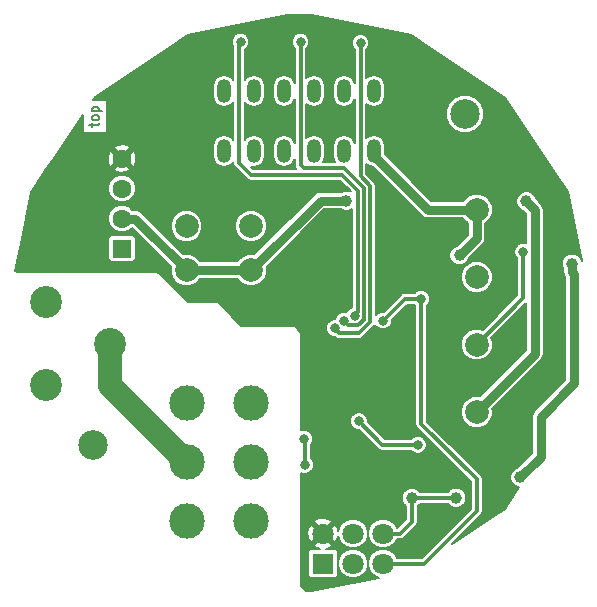
<source format=gbr>
G04 #@! TF.FileFunction,Copper,L1,Top,Signal*
%FSLAX46Y46*%
G04 Gerber Fmt 4.6, Leading zero omitted, Abs format (unit mm)*
G04 Created by KiCad (PCBNEW 4.1.0-alpha+201608281546+7098~46~ubuntu14.04.1-product) date Mon Sep  5 14:38:06 2016*
%MOMM*%
%LPD*%
G01*
G04 APERTURE LIST*
%ADD10C,0.100000*%
%ADD11C,0.150000*%
%ADD12C,2.000000*%
%ADD13C,3.000000*%
%ADD14R,1.600000X1.600000*%
%ADD15C,1.600000*%
%ADD16R,1.800000X1.800000*%
%ADD17C,1.800000*%
%ADD18C,2.700000*%
%ADD19O,1.200000X2.000000*%
%ADD20C,2.500000*%
%ADD21C,1.000000*%
%ADD22C,0.800000*%
%ADD23C,0.800000*%
%ADD24C,0.300000*%
%ADD25C,2.000000*%
%ADD26C,0.200000*%
G04 APERTURE END LIST*
D10*
D11*
X82442071Y-85051790D02*
X82442071Y-84747028D01*
X82175404Y-84937504D02*
X82861119Y-84937504D01*
X82937309Y-84899409D01*
X82975404Y-84823219D01*
X82975404Y-84747028D01*
X82975404Y-84366076D02*
X82937309Y-84442266D01*
X82899214Y-84480361D01*
X82823023Y-84518457D01*
X82594452Y-84518457D01*
X82518261Y-84480361D01*
X82480166Y-84442266D01*
X82442071Y-84366076D01*
X82442071Y-84251790D01*
X82480166Y-84175600D01*
X82518261Y-84137504D01*
X82594452Y-84099409D01*
X82823023Y-84099409D01*
X82899214Y-84137504D01*
X82937309Y-84175600D01*
X82975404Y-84251790D01*
X82975404Y-84366076D01*
X82442071Y-83756552D02*
X83242071Y-83756552D01*
X82480166Y-83756552D02*
X82442071Y-83680361D01*
X82442071Y-83527980D01*
X82480166Y-83451790D01*
X82518261Y-83413695D01*
X82594452Y-83375600D01*
X82823023Y-83375600D01*
X82899214Y-83413695D01*
X82937309Y-83451790D01*
X82975404Y-83527980D01*
X82975404Y-83680361D01*
X82937309Y-83756552D01*
D12*
X114985800Y-92075000D03*
X114985800Y-97790000D03*
X114985800Y-103505000D03*
X114985800Y-109220000D03*
X95885000Y-93472000D03*
X95885000Y-97222000D03*
D13*
X95885000Y-108472000D03*
X95885000Y-113472000D03*
X95885000Y-118472000D03*
D12*
X90424000Y-93472000D03*
X90424000Y-97222000D03*
D13*
X90424000Y-108472000D03*
X90424000Y-113472000D03*
X90424000Y-118472000D03*
D14*
X84963000Y-95377000D03*
D15*
X84963000Y-92837000D03*
X84963000Y-90297000D03*
X84963000Y-87757000D03*
D16*
X101981000Y-122047000D03*
D17*
X101981000Y-119507000D03*
X104521000Y-122047000D03*
X104521000Y-119507000D03*
X107061000Y-122047000D03*
X107061000Y-119507000D03*
D18*
X78486000Y-106934000D03*
X78486000Y-99934000D03*
X83986000Y-103434000D03*
D19*
X96139000Y-82042000D03*
X93599000Y-82042000D03*
X98679000Y-82042000D03*
X101219000Y-82042000D03*
X103759000Y-82042000D03*
X106299000Y-82042000D03*
X93599000Y-87122000D03*
X96139000Y-87122000D03*
X98679000Y-87122000D03*
X101219000Y-87122000D03*
X103759000Y-87122000D03*
X106299000Y-87122000D03*
D20*
X82500000Y-112000000D03*
X114000000Y-84000000D03*
D21*
X103949500Y-91313000D03*
X107802159Y-103605437D03*
X108268472Y-105773160D03*
X110363000Y-97790000D03*
X89662000Y-80010000D03*
X111000000Y-119500000D03*
X105000000Y-116500000D03*
X105000000Y-111500000D03*
X105000000Y-114000000D03*
X103500000Y-106000000D03*
X118681500Y-114744500D03*
X123063000Y-96647000D03*
X113252801Y-116481906D03*
X113538000Y-95948500D03*
X109500000Y-116500000D03*
D22*
X107061000Y-101473000D03*
X110299500Y-99631500D03*
D21*
X119189500Y-91376500D03*
D22*
X100390312Y-111461748D03*
X100463032Y-113685979D03*
X118935500Y-95631000D03*
X110000000Y-112000000D03*
X105000000Y-110000000D03*
X104648000Y-101092000D03*
X94996000Y-77851000D03*
X103728844Y-101485924D03*
X100076000Y-77851000D03*
X102966847Y-102133523D03*
X105156000Y-77978000D03*
D23*
X103949500Y-91313000D02*
X101794000Y-91313000D01*
X101794000Y-91313000D02*
X95885000Y-97222000D01*
X90424000Y-97222000D02*
X95885000Y-97222000D01*
X84963000Y-92837000D02*
X86039000Y-92837000D01*
X86039000Y-92837000D02*
X90424000Y-97222000D01*
X123063000Y-96647000D02*
X123063000Y-97354106D01*
X123063000Y-97354106D02*
X123253500Y-97544606D01*
X123253500Y-97544606D02*
X123253500Y-106784146D01*
X123253500Y-106784146D02*
X120430218Y-109607428D01*
X120430218Y-109607428D02*
X120430218Y-112995782D01*
X120430218Y-112995782D02*
X118681500Y-114744500D01*
D24*
X113234707Y-116500000D02*
X113252801Y-116481906D01*
X109500000Y-116500000D02*
X113234707Y-116500000D01*
D23*
X114985800Y-92075000D02*
X114985800Y-94500700D01*
X114985800Y-94500700D02*
X113538000Y-95948500D01*
X114985800Y-92075000D02*
X110852000Y-92075000D01*
X106299000Y-87522000D02*
X106299000Y-87122000D01*
X110852000Y-92075000D02*
X106299000Y-87522000D01*
D24*
X109500000Y-116500000D02*
X109500000Y-118500000D01*
X109500000Y-118500000D02*
X108493000Y-119507000D01*
X108493000Y-119507000D02*
X107061000Y-119507000D01*
D25*
X90424000Y-113472000D02*
X83986000Y-107034000D01*
X83986000Y-107034000D02*
X83986000Y-103434000D01*
D24*
X107061000Y-122047000D02*
X110539221Y-122047000D01*
X110539221Y-122047000D02*
X114990759Y-117595462D01*
X110299500Y-110237998D02*
X110299500Y-99631500D01*
X114990759Y-117595462D02*
X114990759Y-114929257D01*
X114990759Y-114929257D02*
X110299500Y-110237998D01*
X107061000Y-101473000D02*
X108902500Y-99631500D01*
X108902500Y-99631500D02*
X110299500Y-99631500D01*
D23*
X119935501Y-92122501D02*
X119189500Y-91376500D01*
X119935501Y-104270299D02*
X119935501Y-92122501D01*
X114985800Y-109220000D02*
X119935501Y-104270299D01*
D24*
X100463032Y-111534468D02*
X100390312Y-111461748D01*
X100463032Y-113685979D02*
X100463032Y-111534468D01*
X118935500Y-95631000D02*
X118935500Y-99555300D01*
X118935500Y-99555300D02*
X114985800Y-103505000D01*
X107000000Y-112000000D02*
X110000000Y-112000000D01*
X105000000Y-110000000D02*
X107000000Y-112000000D01*
X94996000Y-77851000D02*
X94869000Y-77978000D01*
X94869000Y-77978000D02*
X94869000Y-88138000D01*
X104955405Y-90477405D02*
X104955405Y-100784595D01*
X104955405Y-100784595D02*
X104648000Y-101092000D01*
X94869000Y-88138000D02*
X95862882Y-89131882D01*
X95862882Y-89131882D02*
X103609882Y-89131882D01*
X103609882Y-89131882D02*
X104955405Y-90477405D01*
X100076000Y-88265000D02*
X100383010Y-88572010D01*
X104964081Y-101885923D02*
X104128843Y-101885923D01*
X104128843Y-101885923D02*
X103728844Y-101485924D01*
X105455416Y-101394588D02*
X104964081Y-101885923D01*
X100383010Y-88572010D02*
X103757132Y-88572010D01*
X100076000Y-77851000D02*
X100076000Y-88265000D01*
X103757132Y-88572010D02*
X105455416Y-90270294D01*
X105455416Y-90270294D02*
X105455416Y-101394588D01*
X103366846Y-102533522D02*
X102966847Y-102133523D01*
X105023604Y-102533522D02*
X103366846Y-102533522D01*
X105955426Y-101601700D02*
X105023604Y-102533522D01*
X105156000Y-89263756D02*
X105955426Y-90063184D01*
X105955426Y-90063184D02*
X105955426Y-101601700D01*
X105156000Y-77978000D02*
X105156000Y-89263756D01*
D26*
G36*
X109414012Y-77272564D02*
X117394827Y-82605173D01*
X122727436Y-90585988D01*
X123886953Y-96415272D01*
X123784015Y-96166143D01*
X123545115Y-95926826D01*
X123232817Y-95797148D01*
X122894666Y-95796853D01*
X122582143Y-95925985D01*
X122342826Y-96164885D01*
X122213148Y-96477183D01*
X122212853Y-96815334D01*
X122313000Y-97057708D01*
X122313000Y-97354106D01*
X122370090Y-97641119D01*
X122503500Y-97840780D01*
X122503500Y-106473486D01*
X119899888Y-109077098D01*
X119737308Y-109320415D01*
X119680218Y-109607428D01*
X119680218Y-112685122D01*
X118441287Y-113924053D01*
X118200643Y-114023485D01*
X117961326Y-114262385D01*
X117831648Y-114574683D01*
X117831353Y-114912834D01*
X117960485Y-115225357D01*
X118199385Y-115464674D01*
X118511683Y-115594352D01*
X118597815Y-115594427D01*
X117394827Y-117394827D01*
X112885395Y-120407933D01*
X115344312Y-117949016D01*
X115452699Y-117786804D01*
X115490759Y-117595462D01*
X115490759Y-114929257D01*
X115452699Y-114737915D01*
X115344312Y-114575704D01*
X110799500Y-110030892D01*
X110799500Y-103772353D01*
X113635566Y-103772353D01*
X113840658Y-104268715D01*
X114220088Y-104648807D01*
X114716090Y-104854765D01*
X115253153Y-104855234D01*
X115749515Y-104650142D01*
X116129607Y-104270712D01*
X116335565Y-103774710D01*
X116336034Y-103237647D01*
X116226165Y-102971742D01*
X119185501Y-100012406D01*
X119185501Y-103959639D01*
X115269214Y-107875926D01*
X115255510Y-107870235D01*
X114718447Y-107869766D01*
X114222085Y-108074858D01*
X113841993Y-108454288D01*
X113636035Y-108950290D01*
X113635566Y-109487353D01*
X113840658Y-109983715D01*
X114220088Y-110363807D01*
X114716090Y-110569765D01*
X115253153Y-110570234D01*
X115749515Y-110365142D01*
X116129607Y-109985712D01*
X116335565Y-109489710D01*
X116336034Y-108952647D01*
X116329537Y-108936923D01*
X120465831Y-104800629D01*
X120628411Y-104557312D01*
X120685501Y-104270299D01*
X120685501Y-92122501D01*
X120628411Y-91835488D01*
X120465831Y-91592171D01*
X120009947Y-91136287D01*
X119910515Y-90895643D01*
X119671615Y-90656326D01*
X119359317Y-90526648D01*
X119021166Y-90526353D01*
X118708643Y-90655485D01*
X118469326Y-90894385D01*
X118339648Y-91206683D01*
X118339353Y-91544834D01*
X118468485Y-91857357D01*
X118707385Y-92096674D01*
X118949584Y-92197244D01*
X119185501Y-92433161D01*
X119185501Y-94922722D01*
X119085339Y-94881131D01*
X118786970Y-94880870D01*
X118511214Y-94994811D01*
X118300052Y-95205605D01*
X118185631Y-95481161D01*
X118185370Y-95779530D01*
X118299311Y-96055286D01*
X118435500Y-96191713D01*
X118435500Y-99348193D01*
X115519034Y-102264660D01*
X115255510Y-102155235D01*
X114718447Y-102154766D01*
X114222085Y-102359858D01*
X113841993Y-102739288D01*
X113636035Y-103235290D01*
X113635566Y-103772353D01*
X110799500Y-103772353D01*
X110799500Y-100192107D01*
X110934948Y-100056895D01*
X111049369Y-99781339D01*
X111049630Y-99482970D01*
X110935689Y-99207214D01*
X110724895Y-98996052D01*
X110449339Y-98881631D01*
X110150970Y-98881370D01*
X109875214Y-98995311D01*
X109738787Y-99131500D01*
X108902500Y-99131500D01*
X108711158Y-99169560D01*
X108548946Y-99277947D01*
X107103856Y-100723037D01*
X106912470Y-100722870D01*
X106636714Y-100836811D01*
X106455426Y-101017783D01*
X106455426Y-98057353D01*
X113635566Y-98057353D01*
X113840658Y-98553715D01*
X114220088Y-98933807D01*
X114716090Y-99139765D01*
X115253153Y-99140234D01*
X115749515Y-98935142D01*
X116129607Y-98555712D01*
X116335565Y-98059710D01*
X116336034Y-97522647D01*
X116130942Y-97026285D01*
X115751512Y-96646193D01*
X115255510Y-96440235D01*
X114718447Y-96439766D01*
X114222085Y-96644858D01*
X113841993Y-97024288D01*
X113636035Y-97520290D01*
X113635566Y-98057353D01*
X106455426Y-98057353D01*
X106455426Y-90063184D01*
X106426297Y-89916740D01*
X106417367Y-89871843D01*
X106308980Y-89709631D01*
X105656000Y-89056649D01*
X105656000Y-88239410D01*
X105935451Y-88426134D01*
X106193878Y-88477538D01*
X110321670Y-92605330D01*
X110564987Y-92767910D01*
X110852000Y-92825000D01*
X113834991Y-92825000D01*
X113840658Y-92838715D01*
X114220088Y-93218807D01*
X114235800Y-93225331D01*
X114235800Y-94190040D01*
X113297787Y-95128053D01*
X113057143Y-95227485D01*
X112817826Y-95466385D01*
X112688148Y-95778683D01*
X112687853Y-96116834D01*
X112816985Y-96429357D01*
X113055885Y-96668674D01*
X113368183Y-96798352D01*
X113706334Y-96798647D01*
X114018857Y-96669515D01*
X114258174Y-96430615D01*
X114358744Y-96188416D01*
X115516130Y-95031030D01*
X115678710Y-94787713D01*
X115735800Y-94500700D01*
X115735800Y-93225809D01*
X115749515Y-93220142D01*
X116129607Y-92840712D01*
X116335565Y-92344710D01*
X116336034Y-91807647D01*
X116130942Y-91311285D01*
X115751512Y-90931193D01*
X115255510Y-90725235D01*
X114718447Y-90724766D01*
X114222085Y-90929858D01*
X113841993Y-91309288D01*
X113835469Y-91325000D01*
X111162660Y-91325000D01*
X107249000Y-87411340D01*
X107249000Y-86695552D01*
X107176686Y-86332003D01*
X106970751Y-86023801D01*
X106662549Y-85817866D01*
X106299000Y-85745552D01*
X105935451Y-85817866D01*
X105656000Y-86004590D01*
X105656000Y-84316863D01*
X112399723Y-84316863D01*
X112642795Y-84905143D01*
X113092489Y-85355623D01*
X113680344Y-85599722D01*
X114316863Y-85600277D01*
X114905143Y-85357205D01*
X115355623Y-84907511D01*
X115599722Y-84319656D01*
X115600277Y-83683137D01*
X115357205Y-83094857D01*
X114907511Y-82644377D01*
X114319656Y-82400278D01*
X113683137Y-82399723D01*
X113094857Y-82642795D01*
X112644377Y-83092489D01*
X112400278Y-83680344D01*
X112399723Y-84316863D01*
X105656000Y-84316863D01*
X105656000Y-83159410D01*
X105935451Y-83346134D01*
X106299000Y-83418448D01*
X106662549Y-83346134D01*
X106970751Y-83140199D01*
X107176686Y-82831997D01*
X107249000Y-82468448D01*
X107249000Y-81615552D01*
X107176686Y-81252003D01*
X106970751Y-80943801D01*
X106662549Y-80737866D01*
X106299000Y-80665552D01*
X105935451Y-80737866D01*
X105656000Y-80924590D01*
X105656000Y-78538607D01*
X105791448Y-78403395D01*
X105905869Y-78127839D01*
X105906130Y-77829470D01*
X105792189Y-77553714D01*
X105581395Y-77342552D01*
X105305839Y-77228131D01*
X105007470Y-77227870D01*
X104731714Y-77341811D01*
X104520552Y-77552605D01*
X104406131Y-77828161D01*
X104405870Y-78126530D01*
X104519811Y-78402286D01*
X104656000Y-78538713D01*
X104656000Y-81349102D01*
X104636686Y-81252003D01*
X104430751Y-80943801D01*
X104122549Y-80737866D01*
X103759000Y-80665552D01*
X103395451Y-80737866D01*
X103087249Y-80943801D01*
X102881314Y-81252003D01*
X102809000Y-81615552D01*
X102809000Y-82468448D01*
X102881314Y-82831997D01*
X103087249Y-83140199D01*
X103395451Y-83346134D01*
X103759000Y-83418448D01*
X104122549Y-83346134D01*
X104430751Y-83140199D01*
X104636686Y-82831997D01*
X104656000Y-82734898D01*
X104656000Y-86429102D01*
X104636686Y-86332003D01*
X104430751Y-86023801D01*
X104122549Y-85817866D01*
X103759000Y-85745552D01*
X103395451Y-85817866D01*
X103087249Y-86023801D01*
X102881314Y-86332003D01*
X102809000Y-86695552D01*
X102809000Y-87548448D01*
X102881314Y-87911997D01*
X102988232Y-88072010D01*
X101989768Y-88072010D01*
X102096686Y-87911997D01*
X102169000Y-87548448D01*
X102169000Y-86695552D01*
X102096686Y-86332003D01*
X101890751Y-86023801D01*
X101582549Y-85817866D01*
X101219000Y-85745552D01*
X100855451Y-85817866D01*
X100576000Y-86004590D01*
X100576000Y-83159410D01*
X100855451Y-83346134D01*
X101219000Y-83418448D01*
X101582549Y-83346134D01*
X101890751Y-83140199D01*
X102096686Y-82831997D01*
X102169000Y-82468448D01*
X102169000Y-81615552D01*
X102096686Y-81252003D01*
X101890751Y-80943801D01*
X101582549Y-80737866D01*
X101219000Y-80665552D01*
X100855451Y-80737866D01*
X100576000Y-80924590D01*
X100576000Y-78411607D01*
X100711448Y-78276395D01*
X100825869Y-78000839D01*
X100826130Y-77702470D01*
X100712189Y-77426714D01*
X100501395Y-77215552D01*
X100225839Y-77101131D01*
X99927470Y-77100870D01*
X99651714Y-77214811D01*
X99440552Y-77425605D01*
X99326131Y-77701161D01*
X99325870Y-77999530D01*
X99439811Y-78275286D01*
X99576000Y-78411713D01*
X99576000Y-81349102D01*
X99556686Y-81252003D01*
X99350751Y-80943801D01*
X99042549Y-80737866D01*
X98679000Y-80665552D01*
X98315451Y-80737866D01*
X98007249Y-80943801D01*
X97801314Y-81252003D01*
X97729000Y-81615552D01*
X97729000Y-82468448D01*
X97801314Y-82831997D01*
X98007249Y-83140199D01*
X98315451Y-83346134D01*
X98679000Y-83418448D01*
X99042549Y-83346134D01*
X99350751Y-83140199D01*
X99556686Y-82831997D01*
X99576000Y-82734898D01*
X99576000Y-86429102D01*
X99556686Y-86332003D01*
X99350751Y-86023801D01*
X99042549Y-85817866D01*
X98679000Y-85745552D01*
X98315451Y-85817866D01*
X98007249Y-86023801D01*
X97801314Y-86332003D01*
X97729000Y-86695552D01*
X97729000Y-87548448D01*
X97801314Y-87911997D01*
X98007249Y-88220199D01*
X98315451Y-88426134D01*
X98679000Y-88498448D01*
X99042549Y-88426134D01*
X99350751Y-88220199D01*
X99556686Y-87911997D01*
X99576000Y-87814898D01*
X99576000Y-88265000D01*
X99614060Y-88456342D01*
X99722447Y-88618553D01*
X99735776Y-88631882D01*
X96069989Y-88631882D01*
X95886287Y-88448181D01*
X96139000Y-88498448D01*
X96502549Y-88426134D01*
X96810751Y-88220199D01*
X97016686Y-87911997D01*
X97089000Y-87548448D01*
X97089000Y-86695552D01*
X97016686Y-86332003D01*
X96810751Y-86023801D01*
X96502549Y-85817866D01*
X96139000Y-85745552D01*
X95775451Y-85817866D01*
X95467249Y-86023801D01*
X95369000Y-86170840D01*
X95369000Y-82993160D01*
X95467249Y-83140199D01*
X95775451Y-83346134D01*
X96139000Y-83418448D01*
X96502549Y-83346134D01*
X96810751Y-83140199D01*
X97016686Y-82831997D01*
X97089000Y-82468448D01*
X97089000Y-81615552D01*
X97016686Y-81252003D01*
X96810751Y-80943801D01*
X96502549Y-80737866D01*
X96139000Y-80665552D01*
X95775451Y-80737866D01*
X95467249Y-80943801D01*
X95369000Y-81090840D01*
X95369000Y-78508380D01*
X95420286Y-78487189D01*
X95631448Y-78276395D01*
X95745869Y-78000839D01*
X95746130Y-77702470D01*
X95632189Y-77426714D01*
X95421395Y-77215552D01*
X95145839Y-77101131D01*
X94847470Y-77100870D01*
X94571714Y-77214811D01*
X94360552Y-77425605D01*
X94246131Y-77701161D01*
X94245870Y-77999530D01*
X94359811Y-78275286D01*
X94369000Y-78284491D01*
X94369000Y-81090840D01*
X94270751Y-80943801D01*
X93962549Y-80737866D01*
X93599000Y-80665552D01*
X93235451Y-80737866D01*
X92927249Y-80943801D01*
X92721314Y-81252003D01*
X92649000Y-81615552D01*
X92649000Y-82468448D01*
X92721314Y-82831997D01*
X92927249Y-83140199D01*
X93235451Y-83346134D01*
X93599000Y-83418448D01*
X93962549Y-83346134D01*
X94270751Y-83140199D01*
X94369000Y-82993160D01*
X94369000Y-86170840D01*
X94270751Y-86023801D01*
X93962549Y-85817866D01*
X93599000Y-85745552D01*
X93235451Y-85817866D01*
X92927249Y-86023801D01*
X92721314Y-86332003D01*
X92649000Y-86695552D01*
X92649000Y-87548448D01*
X92721314Y-87911997D01*
X92927249Y-88220199D01*
X93235451Y-88426134D01*
X93599000Y-88498448D01*
X93962549Y-88426134D01*
X94270751Y-88220199D01*
X94369000Y-88073160D01*
X94369000Y-88138000D01*
X94394262Y-88265000D01*
X94407060Y-88329342D01*
X94515447Y-88491553D01*
X95509328Y-89485435D01*
X95625687Y-89563184D01*
X95671540Y-89593822D01*
X95862882Y-89631882D01*
X103402776Y-89631882D01*
X104315508Y-90544614D01*
X104119317Y-90463148D01*
X103781166Y-90462853D01*
X103538792Y-90563000D01*
X101794000Y-90563000D01*
X101506987Y-90620090D01*
X101282193Y-90770293D01*
X101263670Y-90782670D01*
X96168414Y-95877926D01*
X96154710Y-95872235D01*
X95617647Y-95871766D01*
X95121285Y-96076858D01*
X94741193Y-96456288D01*
X94734669Y-96472000D01*
X91574809Y-96472000D01*
X91569142Y-96458285D01*
X91189712Y-96078193D01*
X90693710Y-95872235D01*
X90156647Y-95871766D01*
X90140923Y-95878263D01*
X88002013Y-93739353D01*
X89073766Y-93739353D01*
X89278858Y-94235715D01*
X89658288Y-94615807D01*
X90154290Y-94821765D01*
X90691353Y-94822234D01*
X91187715Y-94617142D01*
X91567807Y-94237712D01*
X91773765Y-93741710D01*
X91773767Y-93739353D01*
X94534766Y-93739353D01*
X94739858Y-94235715D01*
X95119288Y-94615807D01*
X95615290Y-94821765D01*
X96152353Y-94822234D01*
X96648715Y-94617142D01*
X97028807Y-94237712D01*
X97234765Y-93741710D01*
X97235234Y-93204647D01*
X97030142Y-92708285D01*
X96650712Y-92328193D01*
X96154710Y-92122235D01*
X95617647Y-92121766D01*
X95121285Y-92326858D01*
X94741193Y-92706288D01*
X94535235Y-93202290D01*
X94534766Y-93739353D01*
X91773767Y-93739353D01*
X91774234Y-93204647D01*
X91569142Y-92708285D01*
X91189712Y-92328193D01*
X90693710Y-92122235D01*
X90156647Y-92121766D01*
X89660285Y-92326858D01*
X89280193Y-92706288D01*
X89074235Y-93202290D01*
X89073766Y-93739353D01*
X88002013Y-93739353D01*
X86569330Y-92306670D01*
X86326013Y-92144090D01*
X86039000Y-92087000D01*
X85839236Y-92087000D01*
X85615273Y-91862646D01*
X85192753Y-91687200D01*
X84735254Y-91686801D01*
X84312428Y-91861509D01*
X83988646Y-92184727D01*
X83813200Y-92607247D01*
X83812801Y-93064746D01*
X83987509Y-93487572D01*
X84310727Y-93811354D01*
X84733247Y-93986800D01*
X85190746Y-93987199D01*
X85613572Y-93812491D01*
X85783850Y-93642510D01*
X89079926Y-96938586D01*
X89074235Y-96952290D01*
X89073766Y-97489353D01*
X89278858Y-97985715D01*
X89658288Y-98365807D01*
X90154290Y-98571765D01*
X90691353Y-98572234D01*
X91187715Y-98367142D01*
X91567807Y-97987712D01*
X91574331Y-97972000D01*
X94734191Y-97972000D01*
X94739858Y-97985715D01*
X95119288Y-98365807D01*
X95615290Y-98571765D01*
X96152353Y-98572234D01*
X96648715Y-98367142D01*
X97028807Y-97987712D01*
X97234765Y-97491710D01*
X97235234Y-96954647D01*
X97228737Y-96938923D01*
X102104660Y-92063000D01*
X103539214Y-92063000D01*
X103779683Y-92162852D01*
X104117834Y-92163147D01*
X104430357Y-92034015D01*
X104455405Y-92009011D01*
X104455405Y-100360077D01*
X104223714Y-100455811D01*
X104012552Y-100666605D01*
X103968267Y-100773254D01*
X103878683Y-100736055D01*
X103580314Y-100735794D01*
X103304558Y-100849735D01*
X103093396Y-101060529D01*
X102978975Y-101336085D01*
X102978933Y-101383534D01*
X102818317Y-101383393D01*
X102542561Y-101497334D01*
X102331399Y-101708128D01*
X102216978Y-101983684D01*
X102216717Y-102282053D01*
X102330658Y-102557809D01*
X102541452Y-102768971D01*
X102817008Y-102883392D01*
X103009779Y-102883561D01*
X103013293Y-102887075D01*
X103175504Y-102995462D01*
X103366846Y-103033522D01*
X105023604Y-103033522D01*
X105214946Y-102995462D01*
X105377157Y-102887075D01*
X106308979Y-101955254D01*
X106395351Y-101825989D01*
X106424811Y-101897286D01*
X106635605Y-102108448D01*
X106911161Y-102222869D01*
X107209530Y-102223130D01*
X107485286Y-102109189D01*
X107696448Y-101898395D01*
X107810869Y-101622839D01*
X107811038Y-101430069D01*
X109109607Y-100131500D01*
X109738893Y-100131500D01*
X109799500Y-100192213D01*
X109799500Y-110237998D01*
X109831669Y-110399723D01*
X109837560Y-110429340D01*
X109945947Y-110591551D01*
X114490759Y-115136363D01*
X114490759Y-117388355D01*
X110332115Y-121547000D01*
X108206906Y-121547000D01*
X108121316Y-121339857D01*
X107769993Y-120987919D01*
X107310731Y-120797217D01*
X106813450Y-120796783D01*
X106353857Y-120986684D01*
X106001919Y-121338007D01*
X105811217Y-121797269D01*
X105810783Y-122294550D01*
X106000684Y-122754143D01*
X106352007Y-123106081D01*
X106727203Y-123261876D01*
X101005468Y-124400000D01*
X100541422Y-124400000D01*
X100100000Y-123958578D01*
X100100000Y-121147000D01*
X100724144Y-121147000D01*
X100724144Y-122947000D01*
X100751308Y-123083563D01*
X100828665Y-123199335D01*
X100944437Y-123276692D01*
X101081000Y-123303856D01*
X102881000Y-123303856D01*
X103017563Y-123276692D01*
X103133335Y-123199335D01*
X103210692Y-123083563D01*
X103237856Y-122947000D01*
X103237856Y-122294550D01*
X103270783Y-122294550D01*
X103460684Y-122754143D01*
X103812007Y-123106081D01*
X104271269Y-123296783D01*
X104768550Y-123297217D01*
X105228143Y-123107316D01*
X105580081Y-122755993D01*
X105770783Y-122296731D01*
X105771217Y-121799450D01*
X105581316Y-121339857D01*
X105229993Y-120987919D01*
X104770731Y-120797217D01*
X104273450Y-120796783D01*
X103813857Y-120986684D01*
X103461919Y-121338007D01*
X103271217Y-121797269D01*
X103270783Y-122294550D01*
X103237856Y-122294550D01*
X103237856Y-121147000D01*
X103210692Y-121010437D01*
X103133335Y-120894665D01*
X103017563Y-120817308D01*
X102881000Y-120790144D01*
X102249163Y-120790144D01*
X102339048Y-120783193D01*
X102630226Y-120662584D01*
X102731773Y-120475562D01*
X101981000Y-119724789D01*
X101230227Y-120475562D01*
X101331774Y-120662584D01*
X101722553Y-120790144D01*
X101081000Y-120790144D01*
X100944437Y-120817308D01*
X100828665Y-120894665D01*
X100751308Y-121010437D01*
X100724144Y-121147000D01*
X100100000Y-121147000D01*
X100100000Y-119349416D01*
X100664932Y-119349416D01*
X100704807Y-119865048D01*
X100825416Y-120156226D01*
X101012438Y-120257773D01*
X101763211Y-119507000D01*
X102198789Y-119507000D01*
X102949562Y-120257773D01*
X103136584Y-120156226D01*
X103270791Y-119745083D01*
X103270783Y-119754550D01*
X103460684Y-120214143D01*
X103812007Y-120566081D01*
X104271269Y-120756783D01*
X104768550Y-120757217D01*
X105228143Y-120567316D01*
X105580081Y-120215993D01*
X105770783Y-119756731D01*
X105770784Y-119754550D01*
X105810783Y-119754550D01*
X106000684Y-120214143D01*
X106352007Y-120566081D01*
X106811269Y-120756783D01*
X107308550Y-120757217D01*
X107768143Y-120567316D01*
X108120081Y-120215993D01*
X108206862Y-120007000D01*
X108493000Y-120007000D01*
X108684342Y-119968940D01*
X108846553Y-119860553D01*
X109853553Y-118853553D01*
X109961940Y-118691342D01*
X110000000Y-118500000D01*
X110000000Y-117201905D01*
X110202258Y-117000000D01*
X112568958Y-117000000D01*
X112770686Y-117202080D01*
X113082984Y-117331758D01*
X113421135Y-117332053D01*
X113733658Y-117202921D01*
X113972975Y-116964021D01*
X114102653Y-116651723D01*
X114102948Y-116313572D01*
X113973816Y-116001049D01*
X113734916Y-115761732D01*
X113422618Y-115632054D01*
X113084467Y-115631759D01*
X112771944Y-115760891D01*
X112532627Y-115999791D01*
X112532540Y-116000000D01*
X110201905Y-116000000D01*
X109982115Y-115779826D01*
X109669817Y-115650148D01*
X109331666Y-115649853D01*
X109019143Y-115778985D01*
X108779826Y-116017885D01*
X108650148Y-116330183D01*
X108649853Y-116668334D01*
X108778985Y-116980857D01*
X109000000Y-117202258D01*
X109000000Y-118292894D01*
X108285894Y-119007000D01*
X108206906Y-119007000D01*
X108121316Y-118799857D01*
X107769993Y-118447919D01*
X107310731Y-118257217D01*
X106813450Y-118256783D01*
X106353857Y-118446684D01*
X106001919Y-118798007D01*
X105811217Y-119257269D01*
X105810783Y-119754550D01*
X105770784Y-119754550D01*
X105771217Y-119259450D01*
X105581316Y-118799857D01*
X105229993Y-118447919D01*
X104770731Y-118257217D01*
X104273450Y-118256783D01*
X103813857Y-118446684D01*
X103461919Y-118798007D01*
X103271217Y-119257269D01*
X103271154Y-119329484D01*
X103257193Y-119148952D01*
X103136584Y-118857774D01*
X102949562Y-118756227D01*
X102198789Y-119507000D01*
X101763211Y-119507000D01*
X101012438Y-118756227D01*
X100825416Y-118857774D01*
X100664932Y-119349416D01*
X100100000Y-119349416D01*
X100100000Y-118538438D01*
X101230227Y-118538438D01*
X101981000Y-119289211D01*
X102731773Y-118538438D01*
X102630226Y-118351416D01*
X102138584Y-118190932D01*
X101622952Y-118230807D01*
X101331774Y-118351416D01*
X101230227Y-118538438D01*
X100100000Y-118538438D01*
X100100000Y-114347322D01*
X100313193Y-114435848D01*
X100611562Y-114436109D01*
X100887318Y-114322168D01*
X101098480Y-114111374D01*
X101212901Y-113835818D01*
X101213162Y-113537449D01*
X101099221Y-113261693D01*
X100963032Y-113125266D01*
X100963032Y-111949762D01*
X101025760Y-111887143D01*
X101140181Y-111611587D01*
X101140442Y-111313218D01*
X101026501Y-111037462D01*
X100815707Y-110826300D01*
X100540151Y-110711879D01*
X100241782Y-110711618D01*
X100100000Y-110770202D01*
X100100000Y-110148530D01*
X104249870Y-110148530D01*
X104363811Y-110424286D01*
X104574605Y-110635448D01*
X104850161Y-110749869D01*
X105042932Y-110750038D01*
X106646447Y-112353553D01*
X106808658Y-112461940D01*
X107000000Y-112500000D01*
X109439393Y-112500000D01*
X109574605Y-112635448D01*
X109850161Y-112749869D01*
X110148530Y-112750130D01*
X110424286Y-112636189D01*
X110635448Y-112425395D01*
X110749869Y-112149839D01*
X110750130Y-111851470D01*
X110636189Y-111575714D01*
X110425395Y-111364552D01*
X110149839Y-111250131D01*
X109851470Y-111249870D01*
X109575714Y-111363811D01*
X109439287Y-111500000D01*
X107207106Y-111500000D01*
X105749963Y-110042857D01*
X105750130Y-109851470D01*
X105636189Y-109575714D01*
X105425395Y-109364552D01*
X105149839Y-109250131D01*
X104851470Y-109249870D01*
X104575714Y-109363811D01*
X104364552Y-109574605D01*
X104250131Y-109850161D01*
X104249870Y-110148530D01*
X100100000Y-110148530D01*
X100100000Y-102500000D01*
X100092388Y-102461732D01*
X100070711Y-102429289D01*
X99570711Y-101929289D01*
X99538268Y-101907612D01*
X99500000Y-101900000D01*
X95041422Y-101900000D01*
X93070711Y-99929289D01*
X93038268Y-99907612D01*
X93000000Y-99900000D01*
X90541422Y-99900000D01*
X88070711Y-97429289D01*
X88038268Y-97407612D01*
X88000000Y-97400000D01*
X76041422Y-97400000D01*
X75937787Y-97296365D01*
X76478702Y-94577000D01*
X83806144Y-94577000D01*
X83806144Y-96177000D01*
X83833308Y-96313563D01*
X83910665Y-96429335D01*
X84026437Y-96506692D01*
X84163000Y-96533856D01*
X85763000Y-96533856D01*
X85899563Y-96506692D01*
X86015335Y-96429335D01*
X86092692Y-96313563D01*
X86119856Y-96177000D01*
X86119856Y-94577000D01*
X86092692Y-94440437D01*
X86015335Y-94324665D01*
X85899563Y-94247308D01*
X85763000Y-94220144D01*
X84163000Y-94220144D01*
X84026437Y-94247308D01*
X83910665Y-94324665D01*
X83833308Y-94440437D01*
X83806144Y-94577000D01*
X76478702Y-94577000D01*
X77272564Y-90585988D01*
X77313484Y-90524746D01*
X83812801Y-90524746D01*
X83987509Y-90947572D01*
X84310727Y-91271354D01*
X84733247Y-91446800D01*
X85190746Y-91447199D01*
X85613572Y-91272491D01*
X85937354Y-90949273D01*
X86112800Y-90526753D01*
X86113199Y-90069254D01*
X85938491Y-89646428D01*
X85615273Y-89322646D01*
X85192753Y-89147200D01*
X84735254Y-89146801D01*
X84312428Y-89321509D01*
X83988646Y-89644727D01*
X83813200Y-90067247D01*
X83812801Y-90524746D01*
X77313484Y-90524746D01*
X78564253Y-88652837D01*
X84284952Y-88652837D01*
X84374148Y-88829487D01*
X84829394Y-88973192D01*
X85304981Y-88931743D01*
X85551852Y-88829487D01*
X85641048Y-88652837D01*
X84963000Y-87974789D01*
X84284952Y-88652837D01*
X78564253Y-88652837D01*
X79252105Y-87623394D01*
X83746808Y-87623394D01*
X83788257Y-88098981D01*
X83890513Y-88345852D01*
X84067163Y-88435048D01*
X84745211Y-87757000D01*
X85180789Y-87757000D01*
X85858837Y-88435048D01*
X86035487Y-88345852D01*
X86179192Y-87890606D01*
X86137743Y-87415019D01*
X86035487Y-87168148D01*
X85858837Y-87078952D01*
X85180789Y-87757000D01*
X84745211Y-87757000D01*
X84067163Y-87078952D01*
X83890513Y-87168148D01*
X83746808Y-87623394D01*
X79252105Y-87623394D01*
X79761411Y-86861163D01*
X84284952Y-86861163D01*
X84963000Y-87539211D01*
X85641048Y-86861163D01*
X85551852Y-86684513D01*
X85096606Y-86540808D01*
X84621019Y-86582257D01*
X84374148Y-86684513D01*
X84284952Y-86861163D01*
X79761411Y-86861163D01*
X81650000Y-84034691D01*
X81650000Y-85552981D01*
X83700000Y-85552981D01*
X83700000Y-82798219D01*
X82476184Y-82798219D01*
X82605173Y-82605173D01*
X90585988Y-77272564D01*
X98994532Y-75600000D01*
X101005468Y-75600000D01*
X109414012Y-77272564D01*
X109414012Y-77272564D01*
G37*
X109414012Y-77272564D02*
X117394827Y-82605173D01*
X122727436Y-90585988D01*
X123886953Y-96415272D01*
X123784015Y-96166143D01*
X123545115Y-95926826D01*
X123232817Y-95797148D01*
X122894666Y-95796853D01*
X122582143Y-95925985D01*
X122342826Y-96164885D01*
X122213148Y-96477183D01*
X122212853Y-96815334D01*
X122313000Y-97057708D01*
X122313000Y-97354106D01*
X122370090Y-97641119D01*
X122503500Y-97840780D01*
X122503500Y-106473486D01*
X119899888Y-109077098D01*
X119737308Y-109320415D01*
X119680218Y-109607428D01*
X119680218Y-112685122D01*
X118441287Y-113924053D01*
X118200643Y-114023485D01*
X117961326Y-114262385D01*
X117831648Y-114574683D01*
X117831353Y-114912834D01*
X117960485Y-115225357D01*
X118199385Y-115464674D01*
X118511683Y-115594352D01*
X118597815Y-115594427D01*
X117394827Y-117394827D01*
X112885395Y-120407933D01*
X115344312Y-117949016D01*
X115452699Y-117786804D01*
X115490759Y-117595462D01*
X115490759Y-114929257D01*
X115452699Y-114737915D01*
X115344312Y-114575704D01*
X110799500Y-110030892D01*
X110799500Y-103772353D01*
X113635566Y-103772353D01*
X113840658Y-104268715D01*
X114220088Y-104648807D01*
X114716090Y-104854765D01*
X115253153Y-104855234D01*
X115749515Y-104650142D01*
X116129607Y-104270712D01*
X116335565Y-103774710D01*
X116336034Y-103237647D01*
X116226165Y-102971742D01*
X119185501Y-100012406D01*
X119185501Y-103959639D01*
X115269214Y-107875926D01*
X115255510Y-107870235D01*
X114718447Y-107869766D01*
X114222085Y-108074858D01*
X113841993Y-108454288D01*
X113636035Y-108950290D01*
X113635566Y-109487353D01*
X113840658Y-109983715D01*
X114220088Y-110363807D01*
X114716090Y-110569765D01*
X115253153Y-110570234D01*
X115749515Y-110365142D01*
X116129607Y-109985712D01*
X116335565Y-109489710D01*
X116336034Y-108952647D01*
X116329537Y-108936923D01*
X120465831Y-104800629D01*
X120628411Y-104557312D01*
X120685501Y-104270299D01*
X120685501Y-92122501D01*
X120628411Y-91835488D01*
X120465831Y-91592171D01*
X120009947Y-91136287D01*
X119910515Y-90895643D01*
X119671615Y-90656326D01*
X119359317Y-90526648D01*
X119021166Y-90526353D01*
X118708643Y-90655485D01*
X118469326Y-90894385D01*
X118339648Y-91206683D01*
X118339353Y-91544834D01*
X118468485Y-91857357D01*
X118707385Y-92096674D01*
X118949584Y-92197244D01*
X119185501Y-92433161D01*
X119185501Y-94922722D01*
X119085339Y-94881131D01*
X118786970Y-94880870D01*
X118511214Y-94994811D01*
X118300052Y-95205605D01*
X118185631Y-95481161D01*
X118185370Y-95779530D01*
X118299311Y-96055286D01*
X118435500Y-96191713D01*
X118435500Y-99348193D01*
X115519034Y-102264660D01*
X115255510Y-102155235D01*
X114718447Y-102154766D01*
X114222085Y-102359858D01*
X113841993Y-102739288D01*
X113636035Y-103235290D01*
X113635566Y-103772353D01*
X110799500Y-103772353D01*
X110799500Y-100192107D01*
X110934948Y-100056895D01*
X111049369Y-99781339D01*
X111049630Y-99482970D01*
X110935689Y-99207214D01*
X110724895Y-98996052D01*
X110449339Y-98881631D01*
X110150970Y-98881370D01*
X109875214Y-98995311D01*
X109738787Y-99131500D01*
X108902500Y-99131500D01*
X108711158Y-99169560D01*
X108548946Y-99277947D01*
X107103856Y-100723037D01*
X106912470Y-100722870D01*
X106636714Y-100836811D01*
X106455426Y-101017783D01*
X106455426Y-98057353D01*
X113635566Y-98057353D01*
X113840658Y-98553715D01*
X114220088Y-98933807D01*
X114716090Y-99139765D01*
X115253153Y-99140234D01*
X115749515Y-98935142D01*
X116129607Y-98555712D01*
X116335565Y-98059710D01*
X116336034Y-97522647D01*
X116130942Y-97026285D01*
X115751512Y-96646193D01*
X115255510Y-96440235D01*
X114718447Y-96439766D01*
X114222085Y-96644858D01*
X113841993Y-97024288D01*
X113636035Y-97520290D01*
X113635566Y-98057353D01*
X106455426Y-98057353D01*
X106455426Y-90063184D01*
X106426297Y-89916740D01*
X106417367Y-89871843D01*
X106308980Y-89709631D01*
X105656000Y-89056649D01*
X105656000Y-88239410D01*
X105935451Y-88426134D01*
X106193878Y-88477538D01*
X110321670Y-92605330D01*
X110564987Y-92767910D01*
X110852000Y-92825000D01*
X113834991Y-92825000D01*
X113840658Y-92838715D01*
X114220088Y-93218807D01*
X114235800Y-93225331D01*
X114235800Y-94190040D01*
X113297787Y-95128053D01*
X113057143Y-95227485D01*
X112817826Y-95466385D01*
X112688148Y-95778683D01*
X112687853Y-96116834D01*
X112816985Y-96429357D01*
X113055885Y-96668674D01*
X113368183Y-96798352D01*
X113706334Y-96798647D01*
X114018857Y-96669515D01*
X114258174Y-96430615D01*
X114358744Y-96188416D01*
X115516130Y-95031030D01*
X115678710Y-94787713D01*
X115735800Y-94500700D01*
X115735800Y-93225809D01*
X115749515Y-93220142D01*
X116129607Y-92840712D01*
X116335565Y-92344710D01*
X116336034Y-91807647D01*
X116130942Y-91311285D01*
X115751512Y-90931193D01*
X115255510Y-90725235D01*
X114718447Y-90724766D01*
X114222085Y-90929858D01*
X113841993Y-91309288D01*
X113835469Y-91325000D01*
X111162660Y-91325000D01*
X107249000Y-87411340D01*
X107249000Y-86695552D01*
X107176686Y-86332003D01*
X106970751Y-86023801D01*
X106662549Y-85817866D01*
X106299000Y-85745552D01*
X105935451Y-85817866D01*
X105656000Y-86004590D01*
X105656000Y-84316863D01*
X112399723Y-84316863D01*
X112642795Y-84905143D01*
X113092489Y-85355623D01*
X113680344Y-85599722D01*
X114316863Y-85600277D01*
X114905143Y-85357205D01*
X115355623Y-84907511D01*
X115599722Y-84319656D01*
X115600277Y-83683137D01*
X115357205Y-83094857D01*
X114907511Y-82644377D01*
X114319656Y-82400278D01*
X113683137Y-82399723D01*
X113094857Y-82642795D01*
X112644377Y-83092489D01*
X112400278Y-83680344D01*
X112399723Y-84316863D01*
X105656000Y-84316863D01*
X105656000Y-83159410D01*
X105935451Y-83346134D01*
X106299000Y-83418448D01*
X106662549Y-83346134D01*
X106970751Y-83140199D01*
X107176686Y-82831997D01*
X107249000Y-82468448D01*
X107249000Y-81615552D01*
X107176686Y-81252003D01*
X106970751Y-80943801D01*
X106662549Y-80737866D01*
X106299000Y-80665552D01*
X105935451Y-80737866D01*
X105656000Y-80924590D01*
X105656000Y-78538607D01*
X105791448Y-78403395D01*
X105905869Y-78127839D01*
X105906130Y-77829470D01*
X105792189Y-77553714D01*
X105581395Y-77342552D01*
X105305839Y-77228131D01*
X105007470Y-77227870D01*
X104731714Y-77341811D01*
X104520552Y-77552605D01*
X104406131Y-77828161D01*
X104405870Y-78126530D01*
X104519811Y-78402286D01*
X104656000Y-78538713D01*
X104656000Y-81349102D01*
X104636686Y-81252003D01*
X104430751Y-80943801D01*
X104122549Y-80737866D01*
X103759000Y-80665552D01*
X103395451Y-80737866D01*
X103087249Y-80943801D01*
X102881314Y-81252003D01*
X102809000Y-81615552D01*
X102809000Y-82468448D01*
X102881314Y-82831997D01*
X103087249Y-83140199D01*
X103395451Y-83346134D01*
X103759000Y-83418448D01*
X104122549Y-83346134D01*
X104430751Y-83140199D01*
X104636686Y-82831997D01*
X104656000Y-82734898D01*
X104656000Y-86429102D01*
X104636686Y-86332003D01*
X104430751Y-86023801D01*
X104122549Y-85817866D01*
X103759000Y-85745552D01*
X103395451Y-85817866D01*
X103087249Y-86023801D01*
X102881314Y-86332003D01*
X102809000Y-86695552D01*
X102809000Y-87548448D01*
X102881314Y-87911997D01*
X102988232Y-88072010D01*
X101989768Y-88072010D01*
X102096686Y-87911997D01*
X102169000Y-87548448D01*
X102169000Y-86695552D01*
X102096686Y-86332003D01*
X101890751Y-86023801D01*
X101582549Y-85817866D01*
X101219000Y-85745552D01*
X100855451Y-85817866D01*
X100576000Y-86004590D01*
X100576000Y-83159410D01*
X100855451Y-83346134D01*
X101219000Y-83418448D01*
X101582549Y-83346134D01*
X101890751Y-83140199D01*
X102096686Y-82831997D01*
X102169000Y-82468448D01*
X102169000Y-81615552D01*
X102096686Y-81252003D01*
X101890751Y-80943801D01*
X101582549Y-80737866D01*
X101219000Y-80665552D01*
X100855451Y-80737866D01*
X100576000Y-80924590D01*
X100576000Y-78411607D01*
X100711448Y-78276395D01*
X100825869Y-78000839D01*
X100826130Y-77702470D01*
X100712189Y-77426714D01*
X100501395Y-77215552D01*
X100225839Y-77101131D01*
X99927470Y-77100870D01*
X99651714Y-77214811D01*
X99440552Y-77425605D01*
X99326131Y-77701161D01*
X99325870Y-77999530D01*
X99439811Y-78275286D01*
X99576000Y-78411713D01*
X99576000Y-81349102D01*
X99556686Y-81252003D01*
X99350751Y-80943801D01*
X99042549Y-80737866D01*
X98679000Y-80665552D01*
X98315451Y-80737866D01*
X98007249Y-80943801D01*
X97801314Y-81252003D01*
X97729000Y-81615552D01*
X97729000Y-82468448D01*
X97801314Y-82831997D01*
X98007249Y-83140199D01*
X98315451Y-83346134D01*
X98679000Y-83418448D01*
X99042549Y-83346134D01*
X99350751Y-83140199D01*
X99556686Y-82831997D01*
X99576000Y-82734898D01*
X99576000Y-86429102D01*
X99556686Y-86332003D01*
X99350751Y-86023801D01*
X99042549Y-85817866D01*
X98679000Y-85745552D01*
X98315451Y-85817866D01*
X98007249Y-86023801D01*
X97801314Y-86332003D01*
X97729000Y-86695552D01*
X97729000Y-87548448D01*
X97801314Y-87911997D01*
X98007249Y-88220199D01*
X98315451Y-88426134D01*
X98679000Y-88498448D01*
X99042549Y-88426134D01*
X99350751Y-88220199D01*
X99556686Y-87911997D01*
X99576000Y-87814898D01*
X99576000Y-88265000D01*
X99614060Y-88456342D01*
X99722447Y-88618553D01*
X99735776Y-88631882D01*
X96069989Y-88631882D01*
X95886287Y-88448181D01*
X96139000Y-88498448D01*
X96502549Y-88426134D01*
X96810751Y-88220199D01*
X97016686Y-87911997D01*
X97089000Y-87548448D01*
X97089000Y-86695552D01*
X97016686Y-86332003D01*
X96810751Y-86023801D01*
X96502549Y-85817866D01*
X96139000Y-85745552D01*
X95775451Y-85817866D01*
X95467249Y-86023801D01*
X95369000Y-86170840D01*
X95369000Y-82993160D01*
X95467249Y-83140199D01*
X95775451Y-83346134D01*
X96139000Y-83418448D01*
X96502549Y-83346134D01*
X96810751Y-83140199D01*
X97016686Y-82831997D01*
X97089000Y-82468448D01*
X97089000Y-81615552D01*
X97016686Y-81252003D01*
X96810751Y-80943801D01*
X96502549Y-80737866D01*
X96139000Y-80665552D01*
X95775451Y-80737866D01*
X95467249Y-80943801D01*
X95369000Y-81090840D01*
X95369000Y-78508380D01*
X95420286Y-78487189D01*
X95631448Y-78276395D01*
X95745869Y-78000839D01*
X95746130Y-77702470D01*
X95632189Y-77426714D01*
X95421395Y-77215552D01*
X95145839Y-77101131D01*
X94847470Y-77100870D01*
X94571714Y-77214811D01*
X94360552Y-77425605D01*
X94246131Y-77701161D01*
X94245870Y-77999530D01*
X94359811Y-78275286D01*
X94369000Y-78284491D01*
X94369000Y-81090840D01*
X94270751Y-80943801D01*
X93962549Y-80737866D01*
X93599000Y-80665552D01*
X93235451Y-80737866D01*
X92927249Y-80943801D01*
X92721314Y-81252003D01*
X92649000Y-81615552D01*
X92649000Y-82468448D01*
X92721314Y-82831997D01*
X92927249Y-83140199D01*
X93235451Y-83346134D01*
X93599000Y-83418448D01*
X93962549Y-83346134D01*
X94270751Y-83140199D01*
X94369000Y-82993160D01*
X94369000Y-86170840D01*
X94270751Y-86023801D01*
X93962549Y-85817866D01*
X93599000Y-85745552D01*
X93235451Y-85817866D01*
X92927249Y-86023801D01*
X92721314Y-86332003D01*
X92649000Y-86695552D01*
X92649000Y-87548448D01*
X92721314Y-87911997D01*
X92927249Y-88220199D01*
X93235451Y-88426134D01*
X93599000Y-88498448D01*
X93962549Y-88426134D01*
X94270751Y-88220199D01*
X94369000Y-88073160D01*
X94369000Y-88138000D01*
X94394262Y-88265000D01*
X94407060Y-88329342D01*
X94515447Y-88491553D01*
X95509328Y-89485435D01*
X95625687Y-89563184D01*
X95671540Y-89593822D01*
X95862882Y-89631882D01*
X103402776Y-89631882D01*
X104315508Y-90544614D01*
X104119317Y-90463148D01*
X103781166Y-90462853D01*
X103538792Y-90563000D01*
X101794000Y-90563000D01*
X101506987Y-90620090D01*
X101282193Y-90770293D01*
X101263670Y-90782670D01*
X96168414Y-95877926D01*
X96154710Y-95872235D01*
X95617647Y-95871766D01*
X95121285Y-96076858D01*
X94741193Y-96456288D01*
X94734669Y-96472000D01*
X91574809Y-96472000D01*
X91569142Y-96458285D01*
X91189712Y-96078193D01*
X90693710Y-95872235D01*
X90156647Y-95871766D01*
X90140923Y-95878263D01*
X88002013Y-93739353D01*
X89073766Y-93739353D01*
X89278858Y-94235715D01*
X89658288Y-94615807D01*
X90154290Y-94821765D01*
X90691353Y-94822234D01*
X91187715Y-94617142D01*
X91567807Y-94237712D01*
X91773765Y-93741710D01*
X91773767Y-93739353D01*
X94534766Y-93739353D01*
X94739858Y-94235715D01*
X95119288Y-94615807D01*
X95615290Y-94821765D01*
X96152353Y-94822234D01*
X96648715Y-94617142D01*
X97028807Y-94237712D01*
X97234765Y-93741710D01*
X97235234Y-93204647D01*
X97030142Y-92708285D01*
X96650712Y-92328193D01*
X96154710Y-92122235D01*
X95617647Y-92121766D01*
X95121285Y-92326858D01*
X94741193Y-92706288D01*
X94535235Y-93202290D01*
X94534766Y-93739353D01*
X91773767Y-93739353D01*
X91774234Y-93204647D01*
X91569142Y-92708285D01*
X91189712Y-92328193D01*
X90693710Y-92122235D01*
X90156647Y-92121766D01*
X89660285Y-92326858D01*
X89280193Y-92706288D01*
X89074235Y-93202290D01*
X89073766Y-93739353D01*
X88002013Y-93739353D01*
X86569330Y-92306670D01*
X86326013Y-92144090D01*
X86039000Y-92087000D01*
X85839236Y-92087000D01*
X85615273Y-91862646D01*
X85192753Y-91687200D01*
X84735254Y-91686801D01*
X84312428Y-91861509D01*
X83988646Y-92184727D01*
X83813200Y-92607247D01*
X83812801Y-93064746D01*
X83987509Y-93487572D01*
X84310727Y-93811354D01*
X84733247Y-93986800D01*
X85190746Y-93987199D01*
X85613572Y-93812491D01*
X85783850Y-93642510D01*
X89079926Y-96938586D01*
X89074235Y-96952290D01*
X89073766Y-97489353D01*
X89278858Y-97985715D01*
X89658288Y-98365807D01*
X90154290Y-98571765D01*
X90691353Y-98572234D01*
X91187715Y-98367142D01*
X91567807Y-97987712D01*
X91574331Y-97972000D01*
X94734191Y-97972000D01*
X94739858Y-97985715D01*
X95119288Y-98365807D01*
X95615290Y-98571765D01*
X96152353Y-98572234D01*
X96648715Y-98367142D01*
X97028807Y-97987712D01*
X97234765Y-97491710D01*
X97235234Y-96954647D01*
X97228737Y-96938923D01*
X102104660Y-92063000D01*
X103539214Y-92063000D01*
X103779683Y-92162852D01*
X104117834Y-92163147D01*
X104430357Y-92034015D01*
X104455405Y-92009011D01*
X104455405Y-100360077D01*
X104223714Y-100455811D01*
X104012552Y-100666605D01*
X103968267Y-100773254D01*
X103878683Y-100736055D01*
X103580314Y-100735794D01*
X103304558Y-100849735D01*
X103093396Y-101060529D01*
X102978975Y-101336085D01*
X102978933Y-101383534D01*
X102818317Y-101383393D01*
X102542561Y-101497334D01*
X102331399Y-101708128D01*
X102216978Y-101983684D01*
X102216717Y-102282053D01*
X102330658Y-102557809D01*
X102541452Y-102768971D01*
X102817008Y-102883392D01*
X103009779Y-102883561D01*
X103013293Y-102887075D01*
X103175504Y-102995462D01*
X103366846Y-103033522D01*
X105023604Y-103033522D01*
X105214946Y-102995462D01*
X105377157Y-102887075D01*
X106308979Y-101955254D01*
X106395351Y-101825989D01*
X106424811Y-101897286D01*
X106635605Y-102108448D01*
X106911161Y-102222869D01*
X107209530Y-102223130D01*
X107485286Y-102109189D01*
X107696448Y-101898395D01*
X107810869Y-101622839D01*
X107811038Y-101430069D01*
X109109607Y-100131500D01*
X109738893Y-100131500D01*
X109799500Y-100192213D01*
X109799500Y-110237998D01*
X109831669Y-110399723D01*
X109837560Y-110429340D01*
X109945947Y-110591551D01*
X114490759Y-115136363D01*
X114490759Y-117388355D01*
X110332115Y-121547000D01*
X108206906Y-121547000D01*
X108121316Y-121339857D01*
X107769993Y-120987919D01*
X107310731Y-120797217D01*
X106813450Y-120796783D01*
X106353857Y-120986684D01*
X106001919Y-121338007D01*
X105811217Y-121797269D01*
X105810783Y-122294550D01*
X106000684Y-122754143D01*
X106352007Y-123106081D01*
X106727203Y-123261876D01*
X101005468Y-124400000D01*
X100541422Y-124400000D01*
X100100000Y-123958578D01*
X100100000Y-121147000D01*
X100724144Y-121147000D01*
X100724144Y-122947000D01*
X100751308Y-123083563D01*
X100828665Y-123199335D01*
X100944437Y-123276692D01*
X101081000Y-123303856D01*
X102881000Y-123303856D01*
X103017563Y-123276692D01*
X103133335Y-123199335D01*
X103210692Y-123083563D01*
X103237856Y-122947000D01*
X103237856Y-122294550D01*
X103270783Y-122294550D01*
X103460684Y-122754143D01*
X103812007Y-123106081D01*
X104271269Y-123296783D01*
X104768550Y-123297217D01*
X105228143Y-123107316D01*
X105580081Y-122755993D01*
X105770783Y-122296731D01*
X105771217Y-121799450D01*
X105581316Y-121339857D01*
X105229993Y-120987919D01*
X104770731Y-120797217D01*
X104273450Y-120796783D01*
X103813857Y-120986684D01*
X103461919Y-121338007D01*
X103271217Y-121797269D01*
X103270783Y-122294550D01*
X103237856Y-122294550D01*
X103237856Y-121147000D01*
X103210692Y-121010437D01*
X103133335Y-120894665D01*
X103017563Y-120817308D01*
X102881000Y-120790144D01*
X102249163Y-120790144D01*
X102339048Y-120783193D01*
X102630226Y-120662584D01*
X102731773Y-120475562D01*
X101981000Y-119724789D01*
X101230227Y-120475562D01*
X101331774Y-120662584D01*
X101722553Y-120790144D01*
X101081000Y-120790144D01*
X100944437Y-120817308D01*
X100828665Y-120894665D01*
X100751308Y-121010437D01*
X100724144Y-121147000D01*
X100100000Y-121147000D01*
X100100000Y-119349416D01*
X100664932Y-119349416D01*
X100704807Y-119865048D01*
X100825416Y-120156226D01*
X101012438Y-120257773D01*
X101763211Y-119507000D01*
X102198789Y-119507000D01*
X102949562Y-120257773D01*
X103136584Y-120156226D01*
X103270791Y-119745083D01*
X103270783Y-119754550D01*
X103460684Y-120214143D01*
X103812007Y-120566081D01*
X104271269Y-120756783D01*
X104768550Y-120757217D01*
X105228143Y-120567316D01*
X105580081Y-120215993D01*
X105770783Y-119756731D01*
X105770784Y-119754550D01*
X105810783Y-119754550D01*
X106000684Y-120214143D01*
X106352007Y-120566081D01*
X106811269Y-120756783D01*
X107308550Y-120757217D01*
X107768143Y-120567316D01*
X108120081Y-120215993D01*
X108206862Y-120007000D01*
X108493000Y-120007000D01*
X108684342Y-119968940D01*
X108846553Y-119860553D01*
X109853553Y-118853553D01*
X109961940Y-118691342D01*
X110000000Y-118500000D01*
X110000000Y-117201905D01*
X110202258Y-117000000D01*
X112568958Y-117000000D01*
X112770686Y-117202080D01*
X113082984Y-117331758D01*
X113421135Y-117332053D01*
X113733658Y-117202921D01*
X113972975Y-116964021D01*
X114102653Y-116651723D01*
X114102948Y-116313572D01*
X113973816Y-116001049D01*
X113734916Y-115761732D01*
X113422618Y-115632054D01*
X113084467Y-115631759D01*
X112771944Y-115760891D01*
X112532627Y-115999791D01*
X112532540Y-116000000D01*
X110201905Y-116000000D01*
X109982115Y-115779826D01*
X109669817Y-115650148D01*
X109331666Y-115649853D01*
X109019143Y-115778985D01*
X108779826Y-116017885D01*
X108650148Y-116330183D01*
X108649853Y-116668334D01*
X108778985Y-116980857D01*
X109000000Y-117202258D01*
X109000000Y-118292894D01*
X108285894Y-119007000D01*
X108206906Y-119007000D01*
X108121316Y-118799857D01*
X107769993Y-118447919D01*
X107310731Y-118257217D01*
X106813450Y-118256783D01*
X106353857Y-118446684D01*
X106001919Y-118798007D01*
X105811217Y-119257269D01*
X105810783Y-119754550D01*
X105770784Y-119754550D01*
X105771217Y-119259450D01*
X105581316Y-118799857D01*
X105229993Y-118447919D01*
X104770731Y-118257217D01*
X104273450Y-118256783D01*
X103813857Y-118446684D01*
X103461919Y-118798007D01*
X103271217Y-119257269D01*
X103271154Y-119329484D01*
X103257193Y-119148952D01*
X103136584Y-118857774D01*
X102949562Y-118756227D01*
X102198789Y-119507000D01*
X101763211Y-119507000D01*
X101012438Y-118756227D01*
X100825416Y-118857774D01*
X100664932Y-119349416D01*
X100100000Y-119349416D01*
X100100000Y-118538438D01*
X101230227Y-118538438D01*
X101981000Y-119289211D01*
X102731773Y-118538438D01*
X102630226Y-118351416D01*
X102138584Y-118190932D01*
X101622952Y-118230807D01*
X101331774Y-118351416D01*
X101230227Y-118538438D01*
X100100000Y-118538438D01*
X100100000Y-114347322D01*
X100313193Y-114435848D01*
X100611562Y-114436109D01*
X100887318Y-114322168D01*
X101098480Y-114111374D01*
X101212901Y-113835818D01*
X101213162Y-113537449D01*
X101099221Y-113261693D01*
X100963032Y-113125266D01*
X100963032Y-111949762D01*
X101025760Y-111887143D01*
X101140181Y-111611587D01*
X101140442Y-111313218D01*
X101026501Y-111037462D01*
X100815707Y-110826300D01*
X100540151Y-110711879D01*
X100241782Y-110711618D01*
X100100000Y-110770202D01*
X100100000Y-110148530D01*
X104249870Y-110148530D01*
X104363811Y-110424286D01*
X104574605Y-110635448D01*
X104850161Y-110749869D01*
X105042932Y-110750038D01*
X106646447Y-112353553D01*
X106808658Y-112461940D01*
X107000000Y-112500000D01*
X109439393Y-112500000D01*
X109574605Y-112635448D01*
X109850161Y-112749869D01*
X110148530Y-112750130D01*
X110424286Y-112636189D01*
X110635448Y-112425395D01*
X110749869Y-112149839D01*
X110750130Y-111851470D01*
X110636189Y-111575714D01*
X110425395Y-111364552D01*
X110149839Y-111250131D01*
X109851470Y-111249870D01*
X109575714Y-111363811D01*
X109439287Y-111500000D01*
X107207106Y-111500000D01*
X105749963Y-110042857D01*
X105750130Y-109851470D01*
X105636189Y-109575714D01*
X105425395Y-109364552D01*
X105149839Y-109250131D01*
X104851470Y-109249870D01*
X104575714Y-109363811D01*
X104364552Y-109574605D01*
X104250131Y-109850161D01*
X104249870Y-110148530D01*
X100100000Y-110148530D01*
X100100000Y-102500000D01*
X100092388Y-102461732D01*
X100070711Y-102429289D01*
X99570711Y-101929289D01*
X99538268Y-101907612D01*
X99500000Y-101900000D01*
X95041422Y-101900000D01*
X93070711Y-99929289D01*
X93038268Y-99907612D01*
X93000000Y-99900000D01*
X90541422Y-99900000D01*
X88070711Y-97429289D01*
X88038268Y-97407612D01*
X88000000Y-97400000D01*
X76041422Y-97400000D01*
X75937787Y-97296365D01*
X76478702Y-94577000D01*
X83806144Y-94577000D01*
X83806144Y-96177000D01*
X83833308Y-96313563D01*
X83910665Y-96429335D01*
X84026437Y-96506692D01*
X84163000Y-96533856D01*
X85763000Y-96533856D01*
X85899563Y-96506692D01*
X86015335Y-96429335D01*
X86092692Y-96313563D01*
X86119856Y-96177000D01*
X86119856Y-94577000D01*
X86092692Y-94440437D01*
X86015335Y-94324665D01*
X85899563Y-94247308D01*
X85763000Y-94220144D01*
X84163000Y-94220144D01*
X84026437Y-94247308D01*
X83910665Y-94324665D01*
X83833308Y-94440437D01*
X83806144Y-94577000D01*
X76478702Y-94577000D01*
X77272564Y-90585988D01*
X77313484Y-90524746D01*
X83812801Y-90524746D01*
X83987509Y-90947572D01*
X84310727Y-91271354D01*
X84733247Y-91446800D01*
X85190746Y-91447199D01*
X85613572Y-91272491D01*
X85937354Y-90949273D01*
X86112800Y-90526753D01*
X86113199Y-90069254D01*
X85938491Y-89646428D01*
X85615273Y-89322646D01*
X85192753Y-89147200D01*
X84735254Y-89146801D01*
X84312428Y-89321509D01*
X83988646Y-89644727D01*
X83813200Y-90067247D01*
X83812801Y-90524746D01*
X77313484Y-90524746D01*
X78564253Y-88652837D01*
X84284952Y-88652837D01*
X84374148Y-88829487D01*
X84829394Y-88973192D01*
X85304981Y-88931743D01*
X85551852Y-88829487D01*
X85641048Y-88652837D01*
X84963000Y-87974789D01*
X84284952Y-88652837D01*
X78564253Y-88652837D01*
X79252105Y-87623394D01*
X83746808Y-87623394D01*
X83788257Y-88098981D01*
X83890513Y-88345852D01*
X84067163Y-88435048D01*
X84745211Y-87757000D01*
X85180789Y-87757000D01*
X85858837Y-88435048D01*
X86035487Y-88345852D01*
X86179192Y-87890606D01*
X86137743Y-87415019D01*
X86035487Y-87168148D01*
X85858837Y-87078952D01*
X85180789Y-87757000D01*
X84745211Y-87757000D01*
X84067163Y-87078952D01*
X83890513Y-87168148D01*
X83746808Y-87623394D01*
X79252105Y-87623394D01*
X79761411Y-86861163D01*
X84284952Y-86861163D01*
X84963000Y-87539211D01*
X85641048Y-86861163D01*
X85551852Y-86684513D01*
X85096606Y-86540808D01*
X84621019Y-86582257D01*
X84374148Y-86684513D01*
X84284952Y-86861163D01*
X79761411Y-86861163D01*
X81650000Y-84034691D01*
X81650000Y-85552981D01*
X83700000Y-85552981D01*
X83700000Y-82798219D01*
X82476184Y-82798219D01*
X82605173Y-82605173D01*
X90585988Y-77272564D01*
X98994532Y-75600000D01*
X101005468Y-75600000D01*
X109414012Y-77272564D01*
M02*

</source>
